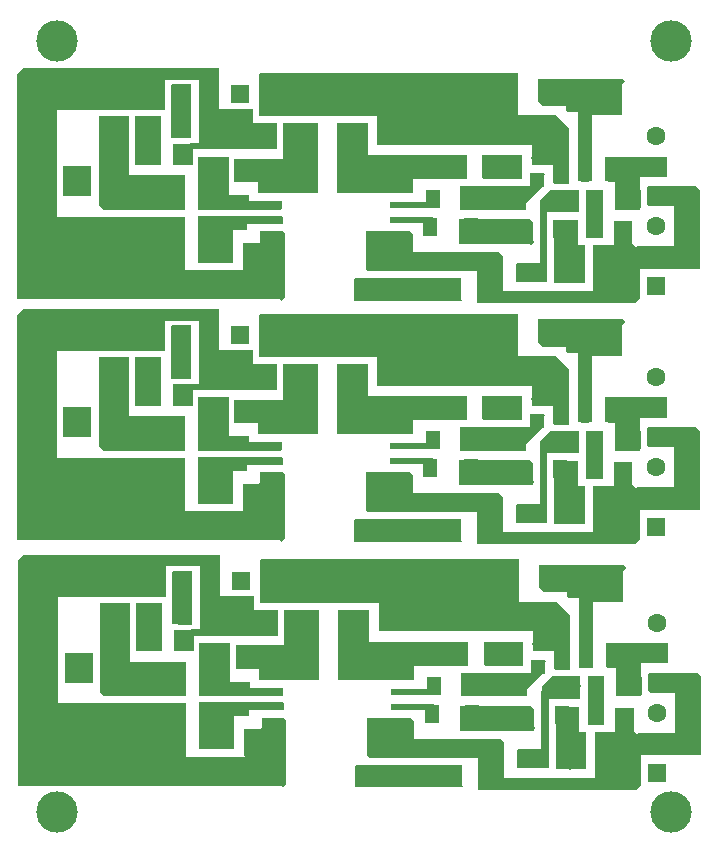
<source format=gtl>
G04 Layer_Physical_Order=1*
G04 Layer_Color=255*
%FSTAX24Y24*%
%MOIN*%
G70*
G01*
G75*
%ADD10R,0.1181X0.0671*%
%ADD11R,0.0315X0.0671*%
%ADD12R,0.0709X0.0236*%
%ADD13R,0.0591X0.0472*%
%ADD14R,0.0472X0.0591*%
%ADD15R,0.0500X0.0550*%
%ADD16R,0.0472X0.0315*%
%ADD17R,0.0394X0.0787*%
%ADD18R,0.0315X0.0472*%
%ADD19C,0.0197*%
%ADD20C,0.1378*%
%ADD21R,0.0598X0.0598*%
%ADD22C,0.0630*%
%ADD23R,0.0630X0.0630*%
%ADD24R,0.0945X0.0984*%
%ADD25C,0.0984*%
%ADD26C,0.0394*%
%ADD27C,0.0200*%
G36*
X030512Y010984D02*
X030394Y010866D01*
X030394Y009843D01*
X029409Y009843D01*
Y007638D01*
X028937D01*
Y009961D01*
X028583D01*
X028543Y01D01*
Y010157D01*
X027756D01*
X027598Y010315D01*
Y011063D01*
X030433D01*
X030512Y010984D01*
D02*
G37*
G36*
X025Y01189D02*
X025039Y01185D01*
X021417D01*
Y012559D01*
X021457Y012598D01*
X025D01*
Y01189D01*
D02*
G37*
G36*
X028898Y013701D02*
X029134D01*
Y01252D01*
Y012441D01*
X02811D01*
X02811Y014528D01*
X028898D01*
Y013701D01*
D02*
G37*
G36*
X016024Y009094D02*
X015354D01*
Y010827D01*
X015394Y010866D01*
X016024D01*
Y009094D01*
D02*
G37*
G36*
X027047Y007717D02*
X025787D01*
X025748Y007756D01*
Y008504D01*
X027047D01*
Y007717D01*
D02*
G37*
G36*
X015039Y008189D02*
X014173D01*
Y009803D01*
X015039D01*
Y008189D01*
D02*
G37*
G36*
X016968Y011024D02*
Y010866D01*
Y010236D01*
Y010039D01*
X01811Y010039D01*
Y009567D01*
X018386Y009567D01*
X018898D01*
X018898Y009055D01*
X018898Y008701D01*
X016102D01*
Y008189D01*
X015433D01*
Y00874D01*
Y008898D01*
X016299D01*
Y010236D01*
X016299Y011024D01*
X015157Y011024D01*
X015157Y01D01*
X014961Y01D01*
X012244D01*
X011575Y01D01*
X011575Y006457D01*
X015827Y006457D01*
Y004685D01*
X017795D01*
X017756Y004724D01*
Y005591D01*
X018307D01*
X018346Y00563D01*
Y005984D01*
X019094D01*
X019173Y005906D01*
Y00378D01*
X019055Y003661D01*
X019016Y003701D01*
X010236D01*
Y004331D01*
Y004488D01*
Y01122D01*
X010433Y011417D01*
X016968D01*
Y011024D01*
D02*
G37*
G36*
X029724Y013937D02*
X029173D01*
Y015551D01*
X029724D01*
Y013937D01*
D02*
G37*
G36*
X013937Y017953D02*
Y017717D01*
Y016024D01*
X015787D01*
Y014882D01*
X013071D01*
X012913Y015039D01*
Y017953D01*
Y017992D01*
X013937D01*
Y017953D01*
D02*
G37*
G36*
X017244Y015354D02*
X017913D01*
Y015197D01*
Y015157D01*
X019016D01*
Y014921D01*
X018976Y014882D01*
X01622D01*
Y016654D01*
X017244D01*
Y015354D01*
D02*
G37*
G36*
X027402Y014449D02*
Y01374D01*
X024921D01*
Y014567D01*
X027283D01*
X027402Y014449D01*
D02*
G37*
G36*
X028937Y014803D02*
X027874D01*
Y01248D01*
X026811D01*
Y013071D01*
X02685Y01311D01*
X027598D01*
X027638Y01315D01*
Y015197D01*
X027992Y015551D01*
X028937D01*
Y014803D01*
D02*
G37*
G36*
X019055Y014646D02*
Y014409D01*
X017874D01*
Y014213D01*
X017402D01*
Y01311D01*
X01622D01*
Y014685D01*
X019016D01*
X019055Y014646D01*
D02*
G37*
G36*
X032953Y015551D02*
Y012913D01*
X030945D01*
Y011929D01*
X030787Y011772D01*
X025512D01*
Y012835D01*
X02189D01*
X021811Y012913D01*
Y014173D01*
X023268D01*
X023386Y014055D01*
Y013465D01*
X02626D01*
X026378Y013346D01*
Y012126D01*
X026417Y012165D01*
X029409Y012165D01*
X029409Y013701D01*
X030079D01*
Y014488D01*
X030118Y014528D01*
X030157Y014488D01*
X030709D01*
Y01374D01*
X030827Y013622D01*
X030866Y013661D01*
X032047D01*
X032087Y013701D01*
Y015D01*
X03126D01*
X031181Y015079D01*
Y01563D01*
X03122Y015669D01*
X032835D01*
X032953Y015551D01*
D02*
G37*
G36*
X032992Y007362D02*
Y004724D01*
X030984D01*
Y00374D01*
X030827Y003583D01*
X025551D01*
Y004646D01*
X021929D01*
X02185Y004724D01*
Y005984D01*
X023307D01*
X023425Y005866D01*
Y005276D01*
X026299D01*
X026417Y005157D01*
Y003937D01*
X026457Y003976D01*
X029449Y003976D01*
X029449Y005512D01*
X030118D01*
Y006299D01*
X030157Y006339D01*
X030197Y006299D01*
X030748D01*
Y005551D01*
X030866Y005433D01*
X030906Y005472D01*
X032087D01*
X032126Y005512D01*
Y006811D01*
X031299D01*
X03122Y00689D01*
Y007441D01*
X03126Y00748D01*
X032874D01*
X032992Y007362D01*
D02*
G37*
G36*
X027441Y00626D02*
Y005551D01*
X024961D01*
Y006378D01*
X027323D01*
X027441Y00626D01*
D02*
G37*
G36*
X029764Y005748D02*
X029213D01*
Y007362D01*
X029764D01*
Y005748D01*
D02*
G37*
G36*
X019094Y006457D02*
Y00622D01*
X017913D01*
Y006024D01*
X017441D01*
Y004921D01*
X01626D01*
Y006496D01*
X019055D01*
X019094Y006457D01*
D02*
G37*
G36*
X025039Y003701D02*
X025079Y003661D01*
X021457D01*
Y00437D01*
X021496Y004409D01*
X025039D01*
Y003701D01*
D02*
G37*
G36*
X028937Y005512D02*
X029173D01*
Y004331D01*
Y004252D01*
X02815D01*
X02815Y006339D01*
X028937D01*
Y005512D01*
D02*
G37*
G36*
X028976Y006614D02*
X027913D01*
Y004291D01*
X02685D01*
Y004882D01*
X02689Y004921D01*
X027638D01*
X027677Y004961D01*
Y007008D01*
X028031Y007362D01*
X028976D01*
Y006614D01*
D02*
G37*
G36*
X020276Y007244D02*
X018307D01*
X018268Y007283D01*
Y007598D01*
X01748D01*
Y008386D01*
X019094D01*
Y009567D01*
X020276D01*
Y007244D01*
D02*
G37*
G36*
X027835Y007874D02*
X027795Y007835D01*
Y007441D01*
X027717D01*
X027205Y006929D01*
Y006693D01*
X025Y006693D01*
X025Y00748D01*
X027323Y00748D01*
Y007913D01*
X027795Y007913D01*
X027835Y007874D01*
D02*
G37*
G36*
X026929Y009843D02*
X028189D01*
X028622Y009409D01*
X028622Y007559D01*
X02815Y007559D01*
X02811Y007598D01*
Y008189D01*
X027441D01*
X027402Y008228D01*
Y008858D01*
X022244D01*
Y009803D01*
X018307D01*
Y01122D01*
X018346Y01126D01*
X026929D01*
Y009843D01*
D02*
G37*
G36*
X021929Y009567D02*
X021929Y008504D01*
X025236Y008504D01*
Y007717D01*
X023425Y007717D01*
X023425Y007244D01*
X022638D01*
X020906Y007244D01*
X020906Y009567D01*
X021929Y009567D01*
D02*
G37*
G36*
X013976Y009764D02*
Y009528D01*
Y007835D01*
X015827D01*
Y006693D01*
X01311D01*
X012953Y00685D01*
Y009764D01*
Y009803D01*
X013976D01*
Y009764D01*
D02*
G37*
G36*
X017283Y007165D02*
X017953D01*
Y007008D01*
Y006969D01*
X019055D01*
Y006732D01*
X019016Y006693D01*
X01626D01*
Y008465D01*
X017283D01*
Y007165D01*
D02*
G37*
G36*
X03189Y007795D02*
X030984D01*
X030984Y006693D01*
X030157D01*
Y006969D01*
Y007638D01*
X029882D01*
X029843Y007677D01*
Y008465D01*
X03189D01*
X03189Y007795D01*
D02*
G37*
G36*
X03185Y015984D02*
X030945D01*
X030945Y014882D01*
X030118D01*
Y015157D01*
Y015827D01*
X029843D01*
X029803Y015866D01*
Y016654D01*
X03185D01*
X03185Y015984D01*
D02*
G37*
G36*
X03185Y024016D02*
X030945D01*
X030945Y022913D01*
X030118D01*
Y023189D01*
Y023858D01*
X029843D01*
X029803Y023898D01*
Y024685D01*
X03185D01*
X03185Y024016D01*
D02*
G37*
G36*
X02189Y025787D02*
X02189Y024724D01*
X025197Y024724D01*
Y023937D01*
X023386Y023937D01*
X023386Y023465D01*
X022598D01*
X020866Y023465D01*
X020866Y025787D01*
X02189Y025787D01*
D02*
G37*
G36*
X020236Y023465D02*
X018268D01*
X018228Y023504D01*
Y023819D01*
X017441D01*
Y024606D01*
X019055D01*
Y025787D01*
X020236D01*
Y023465D01*
D02*
G37*
G36*
X017244Y023386D02*
X017913D01*
Y023228D01*
Y023189D01*
X019016D01*
Y022953D01*
X018976Y022913D01*
X01622D01*
Y024685D01*
X017244D01*
Y023386D01*
D02*
G37*
G36*
X027402Y02248D02*
Y021772D01*
X024921D01*
Y022598D01*
X027283D01*
X027402Y02248D01*
D02*
G37*
G36*
X029724Y021969D02*
X029173D01*
Y023583D01*
X029724D01*
Y021969D01*
D02*
G37*
G36*
X013937Y025984D02*
Y025748D01*
Y024055D01*
X015787D01*
Y022913D01*
X013071D01*
X012913Y023071D01*
Y025984D01*
Y026024D01*
X013937D01*
Y025984D01*
D02*
G37*
G36*
X016929Y027244D02*
Y027087D01*
Y026457D01*
Y02626D01*
X018071Y02626D01*
Y025787D01*
X018346Y025787D01*
X018858D01*
X018858Y025276D01*
X018858Y024921D01*
X016063D01*
Y024409D01*
X015394D01*
Y024961D01*
Y025118D01*
X01626D01*
Y026457D01*
X01626Y027244D01*
X015118Y027244D01*
X015118Y02622D01*
X014921Y02622D01*
X012205D01*
X011535Y02622D01*
X011535Y022677D01*
X015787Y022677D01*
Y020906D01*
X017756D01*
X017717Y020945D01*
Y021811D01*
X018268D01*
X018307Y02185D01*
Y022205D01*
X019055D01*
X019134Y022126D01*
Y02D01*
X019016Y019882D01*
X018976Y019921D01*
X010197D01*
Y020551D01*
Y020709D01*
Y027441D01*
X010394Y027638D01*
X016929D01*
Y027244D01*
D02*
G37*
G36*
X015984Y025315D02*
X015315D01*
Y027047D01*
X015354Y027087D01*
X015984D01*
Y025315D01*
D02*
G37*
G36*
X030472Y027205D02*
X030354Y027087D01*
X030354Y026063D01*
X02937Y026063D01*
Y023858D01*
X028898D01*
Y026181D01*
X028543D01*
X028504Y02622D01*
Y026378D01*
X027717D01*
X027559Y026535D01*
Y027283D01*
X030394D01*
X030472Y027205D01*
D02*
G37*
G36*
X015Y024409D02*
X014134D01*
Y026024D01*
X015D01*
Y024409D01*
D02*
G37*
G36*
X027795Y024094D02*
X027756Y024055D01*
Y023661D01*
X027677D01*
X027165Y02315D01*
Y022913D01*
X024961Y022913D01*
X024961Y023701D01*
X027283Y023701D01*
Y024134D01*
X027756Y024134D01*
X027795Y024094D01*
D02*
G37*
G36*
X02689Y026063D02*
X02815D01*
X028583Y02563D01*
X028583Y02378D01*
X02811Y02378D01*
X028071Y023819D01*
Y024409D01*
X027402D01*
X027362Y024449D01*
Y025079D01*
X022205D01*
Y026024D01*
X018268D01*
Y027441D01*
X018307Y02748D01*
X02689D01*
Y026063D01*
D02*
G37*
G36*
X027008Y023937D02*
X025748D01*
X025709Y023976D01*
Y024724D01*
X027008D01*
Y023937D01*
D02*
G37*
G36*
X027008Y015906D02*
X025748D01*
X025709Y015945D01*
Y016693D01*
X027008D01*
Y015906D01*
D02*
G37*
G36*
X015Y016378D02*
X014134D01*
Y017992D01*
X015D01*
Y016378D01*
D02*
G37*
G36*
X016929Y019213D02*
Y019055D01*
Y018425D01*
Y018228D01*
X018071Y018228D01*
Y017756D01*
X018346Y017756D01*
X018858D01*
X018858Y017244D01*
X018858Y01689D01*
X016063D01*
Y016378D01*
X015394D01*
Y016929D01*
Y017087D01*
X01626D01*
Y018425D01*
X01626Y019213D01*
X015118Y019213D01*
X015118Y018189D01*
X014921Y018189D01*
X012205D01*
X011535Y018189D01*
X011535Y014646D01*
X015787Y014646D01*
Y012874D01*
X017756D01*
X017717Y012913D01*
Y01378D01*
X018268D01*
X018307Y013819D01*
Y014173D01*
X019055D01*
X019134Y014094D01*
Y011968D01*
X019016Y01185D01*
X018976Y01189D01*
X010197D01*
Y01252D01*
Y012677D01*
Y019409D01*
X010394Y019606D01*
X016929D01*
Y019213D01*
D02*
G37*
G36*
X02689Y018032D02*
X02815D01*
X028583Y017598D01*
X028583Y015748D01*
X02811Y015748D01*
X028071Y015787D01*
Y016378D01*
X027402D01*
X027362Y016417D01*
Y017047D01*
X022205D01*
Y017992D01*
X018268D01*
Y019409D01*
X018307Y019449D01*
X02689D01*
Y018032D01*
D02*
G37*
G36*
X02189Y017756D02*
X02189Y016693D01*
X025197Y016693D01*
Y015906D01*
X023386Y015906D01*
X023386Y015433D01*
X022598D01*
X020866Y015433D01*
X020866Y017756D01*
X02189Y017756D01*
D02*
G37*
G36*
X020236Y015433D02*
X018268D01*
X018228Y015472D01*
Y015787D01*
X017441D01*
Y016575D01*
X019055D01*
Y017756D01*
X020236D01*
Y015433D01*
D02*
G37*
G36*
X027795Y016063D02*
X027756Y016024D01*
Y01563D01*
X027677D01*
X027165Y015118D01*
Y014882D01*
X024961Y014882D01*
X024961Y015669D01*
X027283Y015669D01*
Y016102D01*
X027756Y016102D01*
X027795Y016063D01*
D02*
G37*
G36*
X028937Y022835D02*
X027874D01*
Y020512D01*
X026811D01*
Y021102D01*
X02685Y021142D01*
X027598D01*
X027638Y021181D01*
Y023228D01*
X027992Y023583D01*
X028937D01*
Y022835D01*
D02*
G37*
G36*
X019055Y022677D02*
Y022441D01*
X017874D01*
Y022244D01*
X017402D01*
Y021142D01*
X01622D01*
Y022717D01*
X019016D01*
X019055Y022677D01*
D02*
G37*
G36*
X032953Y023583D02*
Y020945D01*
X030945D01*
Y019961D01*
X030787Y019803D01*
X025512D01*
Y020866D01*
X02189D01*
X021811Y020945D01*
Y022205D01*
X023268D01*
X023386Y022087D01*
Y021496D01*
X02626D01*
X026378Y021378D01*
Y020157D01*
X026417Y020197D01*
X029409Y020197D01*
X029409Y021732D01*
X030079D01*
Y02252D01*
X030118Y022559D01*
X030157Y02252D01*
X030709D01*
Y021772D01*
X030827Y021654D01*
X030866Y021693D01*
X032047D01*
X032087Y021732D01*
Y023031D01*
X03126D01*
X031181Y02311D01*
Y023661D01*
X03122Y023701D01*
X032835D01*
X032953Y023583D01*
D02*
G37*
G36*
X028898Y021732D02*
X029134D01*
Y020551D01*
Y020472D01*
X02811D01*
X02811Y022559D01*
X028898D01*
Y021732D01*
D02*
G37*
G36*
X015984Y017283D02*
X015315D01*
Y019016D01*
X015354Y019055D01*
X015984D01*
Y017283D01*
D02*
G37*
G36*
X030472Y019173D02*
X030354Y019055D01*
X030354Y018031D01*
X02937Y018032D01*
Y015827D01*
X028898D01*
Y01815D01*
X028543D01*
X028504Y018189D01*
Y018346D01*
X027717D01*
X027559Y018504D01*
Y019252D01*
X030394D01*
X030472Y019173D01*
D02*
G37*
G36*
X025Y019921D02*
X025039Y019882D01*
X021417D01*
Y020591D01*
X021457Y02063D01*
X025D01*
Y019921D01*
D02*
G37*
D10*
X029126Y026535D02*
D03*
X029126Y018504D02*
D03*
X029165Y010315D02*
D03*
D11*
X030031Y024173D02*
D03*
X029134D02*
D03*
X02822D02*
D03*
X030031Y016142D02*
D03*
X029134D02*
D03*
X02822D02*
D03*
X030071Y007953D02*
D03*
X029173D02*
D03*
X02826D02*
D03*
D12*
X022945Y023571D02*
D03*
Y023071D02*
D03*
Y022571D02*
D03*
Y022071D02*
D03*
X018649D02*
D03*
Y022571D02*
D03*
Y023071D02*
D03*
Y023571D02*
D03*
X022945Y015539D02*
D03*
Y015039D02*
D03*
Y014539D02*
D03*
Y014039D02*
D03*
X018649D02*
D03*
Y014539D02*
D03*
Y015039D02*
D03*
Y015539D02*
D03*
X022984Y00735D02*
D03*
Y00685D02*
D03*
Y00635D02*
D03*
Y00585D02*
D03*
X018688D02*
D03*
Y00635D02*
D03*
Y00685D02*
D03*
Y00735D02*
D03*
D13*
X014724Y023425D02*
D03*
Y022087D02*
D03*
X014724Y015394D02*
D03*
Y014055D02*
D03*
X014764Y007205D02*
D03*
Y005866D02*
D03*
D14*
X014409Y025591D02*
D03*
X015748D02*
D03*
X029409Y023268D02*
D03*
X030748D02*
D03*
X028307Y022283D02*
D03*
X026969D02*
D03*
X026929Y023268D02*
D03*
X028268D02*
D03*
X015472Y023228D02*
D03*
X016811D02*
D03*
X023976Y022323D02*
D03*
X025315D02*
D03*
X024055Y023268D02*
D03*
X025394D02*
D03*
X015472Y022362D02*
D03*
X016811D02*
D03*
X015472Y014331D02*
D03*
X016811D02*
D03*
X024055Y015236D02*
D03*
X025394D02*
D03*
X023976Y014291D02*
D03*
X025315D02*
D03*
X015472Y015197D02*
D03*
X016811D02*
D03*
X026929Y015236D02*
D03*
X028268D02*
D03*
X028307Y014252D02*
D03*
X026969D02*
D03*
X029409Y015236D02*
D03*
X030748D02*
D03*
X014409Y017559D02*
D03*
X015748D02*
D03*
X028346Y006063D02*
D03*
X027008D02*
D03*
X024016Y006102D02*
D03*
X025354D02*
D03*
X029449Y007047D02*
D03*
X030787D02*
D03*
X014449Y00937D02*
D03*
X015787D02*
D03*
X026969Y007047D02*
D03*
X028307D02*
D03*
X024094D02*
D03*
X025433D02*
D03*
X015512Y006142D02*
D03*
X01685D02*
D03*
X015512Y007008D02*
D03*
X01685D02*
D03*
D15*
X015669Y024685D02*
D03*
X014769D02*
D03*
X030354Y022244D02*
D03*
X029454D02*
D03*
X030354Y014213D02*
D03*
X029454D02*
D03*
X015669Y016654D02*
D03*
X014769D02*
D03*
X030394Y006024D02*
D03*
X029494D02*
D03*
X015709Y008465D02*
D03*
X014809D02*
D03*
D16*
X023701Y020433D02*
D03*
X023699Y02122D02*
D03*
X024647Y020433D02*
D03*
X024646Y02122D02*
D03*
X022717Y021221D02*
D03*
X022718Y020433D02*
D03*
X023583Y024528D02*
D03*
X023581Y025315D02*
D03*
X017598Y022402D02*
D03*
X017597Y023189D02*
D03*
X02622Y023071D02*
D03*
X026222Y022283D02*
D03*
X01681Y025197D02*
D03*
X016811Y024409D02*
D03*
X022676Y025315D02*
D03*
X022677Y024528D02*
D03*
X017717Y024409D02*
D03*
X017715Y025197D02*
D03*
X018583Y025197D02*
D03*
X018584Y024409D02*
D03*
X018583Y017165D02*
D03*
X018584Y016378D02*
D03*
X017717Y016378D02*
D03*
X017715Y017165D02*
D03*
X022676Y017284D02*
D03*
X022677Y016496D02*
D03*
X01681Y017165D02*
D03*
X016811Y016378D02*
D03*
X02622Y015039D02*
D03*
X026222Y014252D02*
D03*
X017598Y01437D02*
D03*
X017597Y015157D02*
D03*
X023583Y016496D02*
D03*
X023581Y017283D02*
D03*
X022717Y013189D02*
D03*
X022718Y012402D02*
D03*
X024647Y012402D02*
D03*
X024646Y013189D02*
D03*
X023701Y012402D02*
D03*
X023699Y013189D02*
D03*
X02626Y00685D02*
D03*
X026261Y006063D02*
D03*
X024686Y004213D02*
D03*
X024685Y005D02*
D03*
X02374Y004213D02*
D03*
X023739Y005D02*
D03*
X022756Y005D02*
D03*
X022757Y004213D02*
D03*
X017638Y006181D02*
D03*
X017636Y006969D02*
D03*
X018622Y008976D02*
D03*
X018623Y008189D02*
D03*
X017756Y008189D02*
D03*
X017755Y008976D02*
D03*
X022715Y009095D02*
D03*
X022717Y008307D02*
D03*
X016849Y008976D02*
D03*
X01685Y008189D02*
D03*
X023622Y008307D02*
D03*
X023621Y009094D02*
D03*
D17*
X024921Y025512D02*
D03*
Y024331D02*
D03*
X026811Y025512D02*
D03*
Y024331D02*
D03*
X026811Y01748D02*
D03*
Y016299D02*
D03*
X024921Y01748D02*
D03*
Y016299D02*
D03*
X024961Y009291D02*
D03*
Y00811D02*
D03*
X02685Y009291D02*
D03*
Y00811D02*
D03*
D18*
X017953Y021417D02*
D03*
X017165Y021416D02*
D03*
X017953Y013386D02*
D03*
X017165Y013384D02*
D03*
X017992Y005197D02*
D03*
X017205Y005195D02*
D03*
D19*
X030197Y021457D02*
Y022244D01*
X028583Y020748D02*
Y022283D01*
X028543Y020709D02*
X028583Y020748D01*
X025591Y022323D02*
X026379D01*
X024016Y022165D02*
Y022559D01*
X022945Y022571D02*
X024004D01*
X024055Y023071D02*
X024055D01*
X022945D02*
X024055D01*
X029291Y02225D02*
Y023268D01*
X015614Y025724D02*
Y026772D01*
X018602D02*
X022441D01*
X016614Y025392D02*
Y026772D01*
Y027244D01*
X016496Y025197D02*
X01681D01*
X016339Y025039D02*
X016496Y025197D01*
X015984Y025039D02*
X016339D01*
X015669Y024724D02*
X015984Y025039D01*
X015669Y024685D02*
Y024724D01*
X014409Y024882D02*
Y025045D01*
Y025591D01*
Y025045D02*
X014769Y024685D01*
X014409Y024882D02*
X014606Y024685D01*
X014769D01*
X015157Y027362D02*
X016496D01*
X011654D02*
X015157D01*
Y027402D01*
X021496Y024646D02*
Y024724D01*
Y024646D02*
X021614Y024528D01*
X022677D01*
X016496Y027362D02*
X016614Y027244D01*
X011024Y026732D02*
X011654Y027362D01*
X02752Y023661D02*
Y023937D01*
X027126Y023268D02*
X02752Y023661D01*
X026929Y023268D02*
X027126D01*
X02822Y024685D02*
Y025323D01*
X028031Y025512D02*
X02822Y025323D01*
X026811Y025512D02*
X028031D01*
X022676Y025315D02*
Y026537D01*
X022441Y026772D02*
X022676Y026537D01*
X030551Y023346D02*
Y024291D01*
X03015D02*
X030551D01*
X030031Y024173D02*
X03015Y024291D01*
X031268D02*
X031339Y024362D01*
X030551Y024291D02*
X031268D01*
X031496Y021362D02*
X031953D01*
X030709D02*
X031496D01*
X032205Y021614D02*
Y023228D01*
X031953Y021362D02*
X032205Y021614D01*
X030291Y021362D02*
X030709D01*
X030197Y021457D02*
X030291Y021362D01*
X030709Y020236D02*
Y021362D01*
X030512Y020039D02*
X030709Y020236D01*
X027717Y020827D02*
Y021685D01*
X027244Y020827D02*
X027717D01*
X027913Y023268D02*
X028268D01*
X027717Y023071D02*
X027913Y023268D01*
X027717Y022016D02*
Y023071D01*
X024055D02*
Y023268D01*
Y023071D02*
Y023071D01*
X025472D02*
X025787D01*
X026732Y023071D02*
X026929Y023268D01*
X02622Y023071D02*
X026732D01*
X026969Y022205D02*
X027323Y02185D01*
X026969Y022205D02*
Y022283D01*
X031496Y023362D02*
X032071D01*
X031457D02*
X031496D01*
X027323Y02185D02*
Y02185D01*
X027717Y022016D02*
X027718Y022014D01*
Y021687D02*
Y022014D01*
X027717Y021685D02*
X027718Y021687D01*
X028268Y023268D02*
X02874D01*
X026419Y022283D02*
X026969D01*
X025787Y023071D02*
X02622D01*
X024004Y022571D02*
X024016Y022559D01*
X026379Y022323D02*
X026419Y022283D01*
X024055Y023071D02*
X024055Y023071D01*
X022953Y024528D02*
X023583D01*
X022945Y02452D02*
X022953Y024528D01*
X022945Y023571D02*
Y02452D01*
X026142Y020039D02*
X030512D01*
X02185Y020236D02*
X022047Y020433D01*
X022718D01*
X026102Y024291D02*
X026142Y024331D01*
X026811D01*
X02822Y024173D02*
Y024685D01*
X02752Y024646D02*
X027559Y024685D01*
X02822D01*
X029291Y02225D02*
X029297Y022244D01*
X032071Y023362D02*
X032205Y023228D01*
X030551Y023346D02*
X03063Y023268D01*
X025945Y020236D02*
Y020827D01*
Y020236D02*
X026142Y020039D01*
X024921Y025512D02*
X026811D01*
X027875Y026573D02*
Y026576D01*
Y026573D02*
X027913Y026535D01*
X029126D01*
Y024181D02*
X029134Y024173D01*
X029126Y024181D02*
Y026535D01*
X024724Y025315D02*
X024921Y025512D01*
X023581Y025315D02*
X024724D01*
X024724Y024528D02*
X024921Y024331D01*
X023583Y024528D02*
X024724D01*
X023583Y024528D02*
X023583Y024528D01*
X022677Y024528D02*
X023583D01*
X023581Y025315D02*
X023581Y025315D01*
X022676Y025315D02*
X023581D01*
X025945Y020827D02*
Y021142D01*
X025866Y02122D02*
X025945Y021142D01*
X024646Y02122D02*
X025866D01*
X023701Y020433D02*
X024647D01*
X023701Y020433D02*
X023701Y020433D01*
X022718Y020433D02*
X023701D01*
X022953Y02122D02*
X023699D01*
X022945Y021228D02*
X022953Y02122D01*
X022945Y021228D02*
Y022071D01*
X023699Y02122D02*
X024646D01*
X025787Y023071D02*
X025787Y023071D01*
X011024Y022087D02*
Y026732D01*
X013465Y023425D02*
X014724D01*
X013252Y023638D02*
X013465Y023425D01*
X013252Y023638D02*
Y025437D01*
X012449Y020622D02*
X017823D01*
X012205Y020866D02*
X012449Y020622D01*
X012205Y020866D02*
Y021858D01*
X019311Y024535D02*
Y024724D01*
X019185Y024409D02*
X019311Y024535D01*
X018584Y024409D02*
X019185D01*
X017953Y020752D02*
Y021417D01*
X017823Y020622D02*
X017953Y020752D01*
X016811Y023228D02*
Y024409D01*
X018649Y023571D02*
Y023637D01*
X018584Y023702D02*
X018649Y023637D01*
X018584Y023702D02*
Y024409D01*
X018584Y024409D02*
X018584Y024409D01*
X017717Y024409D02*
X018584D01*
X018649Y021523D02*
Y022071D01*
X018543Y021417D02*
X018649Y021523D01*
X017953Y021417D02*
X018543D01*
X016811Y02177D02*
X017165Y021416D01*
X016811Y02177D02*
Y022362D01*
X017768Y022571D02*
X018649D01*
X017598Y022402D02*
X017768Y022571D01*
X017597Y023189D02*
X017715Y023071D01*
X018649D01*
X017559Y022362D02*
X017598Y022402D01*
X016811Y022362D02*
X017559D01*
X017558Y023228D02*
X017597Y023189D01*
X016811Y023228D02*
X017558D01*
X014921D02*
X015472D01*
X014724Y023425D02*
X014921Y023228D01*
X015197Y022087D02*
X015472Y022362D01*
X014724Y022087D02*
X015197D01*
X014496Y021858D02*
X014724Y022087D01*
X012205Y021858D02*
X014496D01*
X011252D02*
X012205D01*
X011024Y022087D02*
X011252Y021858D01*
X017715Y025197D02*
X017715Y025197D01*
X018583D01*
X01681Y025197D02*
X017715D01*
X016614Y025392D02*
X01681Y025197D01*
X015614Y025724D02*
X015748Y025591D01*
X015614Y017693D02*
X015748Y017559D01*
X016614Y017361D02*
X01681Y017165D01*
X017715D01*
X017715Y017165D02*
X018583D01*
X017715Y017165D02*
X017715Y017165D01*
X011024Y014055D02*
X011252Y013827D01*
X012205D01*
X014496D01*
X014724Y014055D01*
X015197D01*
X015472Y014331D01*
X014724Y015394D02*
X014921Y015197D01*
X015472D01*
X016811D02*
X017558D01*
X017597Y015157D01*
X016811Y014331D02*
X017559D01*
X017598Y01437D01*
X017715Y015039D02*
X018649D01*
X017597Y015157D02*
X017715Y015039D01*
X017598Y01437D02*
X017768Y014539D01*
X018649D01*
X016811Y013739D02*
Y014331D01*
Y013739D02*
X017165Y013384D01*
X017953Y013386D02*
X018543D01*
X018649Y013491D01*
Y014039D01*
X017717Y016378D02*
X018584D01*
X018584Y016378D01*
Y015671D02*
Y016378D01*
Y015671D02*
X018649Y015606D01*
Y015539D02*
Y015606D01*
X016811Y015197D02*
Y016378D01*
X017823Y012591D02*
X017953Y01272D01*
Y013386D01*
X018584Y016378D02*
X019185D01*
X019311Y016504D01*
Y016693D01*
X012205Y012835D02*
Y013827D01*
Y012835D02*
X012449Y012591D01*
X017823D01*
X013252Y015606D02*
Y017406D01*
Y015606D02*
X013465Y015394D01*
X014724D01*
X011024Y014055D02*
Y018701D01*
X025787Y015039D02*
X025787Y015039D01*
X023699Y013189D02*
X024646D01*
X022945Y013197D02*
Y014039D01*
Y013197D02*
X022953Y013189D01*
X023699D01*
X022718Y012402D02*
X023701D01*
X023701Y012402D01*
X024647D01*
X024646Y013189D02*
X025866D01*
X025945Y01311D01*
Y012795D02*
Y01311D01*
X022676Y017284D02*
X023581D01*
X023581Y017283D01*
X022677Y016496D02*
X023583D01*
X023583Y016496D01*
X024724D01*
X024921Y016299D01*
X023581Y017283D02*
X024724D01*
X024921Y01748D01*
X029126Y01615D02*
Y018504D01*
Y01615D02*
X029134Y016142D01*
X027913Y018504D02*
X029126D01*
X027875Y018542D02*
X027913Y018504D01*
X027875Y018542D02*
Y018545D01*
X024921Y01748D02*
X026811D01*
X025945Y012205D02*
X026142Y012008D01*
X025945Y012205D02*
Y012795D01*
X030551Y015315D02*
X03063Y015236D01*
X032071Y015331D02*
X032205Y015197D01*
X029291Y014218D02*
X029297Y014213D01*
X027559Y016654D02*
X02822D01*
X02752Y016614D02*
X027559Y016654D01*
X02822Y016142D02*
Y016654D01*
X026142Y016299D02*
X026811D01*
X026102Y01626D02*
X026142Y016299D01*
X022047Y012402D02*
X022718D01*
X02185Y012205D02*
X022047Y012402D01*
X026142Y012008D02*
X030512D01*
X022945Y015539D02*
Y016488D01*
X022953Y016496D01*
X023583D01*
X024055Y015039D02*
X024055Y015039D01*
X026379Y014291D02*
X026419Y014252D01*
X024004Y014539D02*
X024016Y014528D01*
X025787Y015039D02*
X02622D01*
X026419Y014252D02*
X026969D01*
X028268Y015236D02*
X02874D01*
X027717Y013654D02*
X027718Y013655D01*
Y013983D01*
X027717Y013984D02*
X027718Y013983D01*
X027323Y013819D02*
Y013819D01*
X031457Y015331D02*
X031496D01*
X032071D01*
X026969Y014173D02*
Y014252D01*
Y014173D02*
X027323Y013819D01*
X02622Y015039D02*
X026732D01*
X026929Y015236D01*
X025472Y015039D02*
X025787D01*
X024055Y015039D02*
Y015039D01*
Y015236D01*
X027717Y013984D02*
Y015039D01*
X027913Y015236D01*
X028268D01*
X027244Y012795D02*
X027717D01*
Y013654D01*
X030512Y012008D02*
X030709Y012205D01*
Y013331D01*
X030197Y013425D02*
X030291Y013331D01*
X030709D01*
X031953D02*
X032205Y013583D01*
Y015197D01*
X030709Y013331D02*
X031496D01*
X031953D01*
X030551Y01626D02*
X031268D01*
X031339Y016331D01*
X030031Y016142D02*
X03015Y01626D01*
X030551D01*
Y015315D02*
Y01626D01*
X022441Y01874D02*
X022676Y018505D01*
Y017284D02*
Y018505D01*
X026811Y01748D02*
X028031D01*
X02822Y017291D01*
Y016654D02*
Y017291D01*
X026929Y015236D02*
X027126D01*
X02752Y01563D01*
Y015906D01*
X011024Y018701D02*
X011654Y019331D01*
X016496D02*
X016614Y019213D01*
X021614Y016496D02*
X022677D01*
X021496Y016614D02*
X021614Y016496D01*
X021496Y016614D02*
Y016693D01*
X015157Y019331D02*
Y01937D01*
X011654Y019331D02*
X015157D01*
X016496D01*
X014606Y016654D02*
X014769D01*
X014409Y01685D02*
X014606Y016654D01*
X014409Y017013D02*
X014769Y016654D01*
X014409Y017013D02*
Y017559D01*
Y01685D02*
Y017013D01*
X015669Y016654D02*
Y016693D01*
X015984Y017008D01*
X016339D01*
X016496Y017165D01*
X01681D01*
X016614Y01874D02*
Y019213D01*
Y017361D02*
Y01874D01*
X018602D02*
X022441D01*
X015614Y017693D02*
Y01874D01*
X029291Y014218D02*
Y015236D01*
X022945Y015039D02*
X024055D01*
X024055D01*
X022945Y014539D02*
X024004D01*
X024016Y014134D02*
Y014528D01*
X025591Y014291D02*
X026379D01*
X028543Y012677D02*
X028583Y012717D01*
Y014252D01*
X030197Y013425D02*
Y014213D01*
X030236Y005236D02*
Y006024D01*
X028622Y004528D02*
Y006063D01*
X028583Y004488D02*
X028622Y004528D01*
X02563Y006102D02*
X026419D01*
X024055Y005945D02*
Y006339D01*
X022984Y00635D02*
X024043D01*
X024094Y00685D02*
X024094D01*
X022984D02*
X024094D01*
X029331Y006029D02*
Y007047D01*
X015654Y009504D02*
Y010551D01*
X018642D02*
X02248D01*
X016654Y009172D02*
Y010551D01*
Y011024D01*
X016535Y008976D02*
X016849D01*
X016378Y008819D02*
X016535Y008976D01*
X016024Y008819D02*
X016378D01*
X015709Y008504D02*
X016024Y008819D01*
X015709Y008465D02*
Y008504D01*
X014449Y008661D02*
Y008824D01*
Y00937D01*
Y008824D02*
X014809Y008465D01*
X014449Y008661D02*
X014646Y008465D01*
X014809D01*
X015197Y011142D02*
X016535D01*
X011693D02*
X015197D01*
Y011181D01*
X021535Y008425D02*
Y008504D01*
Y008425D02*
X021654Y008307D01*
X022717D01*
X016535Y011142D02*
X016654Y011024D01*
X011063Y010512D02*
X011693Y011142D01*
X027559Y007441D02*
Y007717D01*
X027165Y007047D02*
X027559Y007441D01*
X026969Y007047D02*
X027165D01*
X02826Y008465D02*
Y009102D01*
X028071Y009291D02*
X02826Y009102D01*
X02685Y009291D02*
X028071D01*
X022715Y009095D02*
Y010316D01*
X02248Y010551D02*
X022715Y010316D01*
X030591Y007126D02*
Y008071D01*
X030189D02*
X030591D01*
X030071Y007953D02*
X030189Y008071D01*
X031307D02*
X031378Y008142D01*
X030591Y008071D02*
X031307D01*
X031535Y005142D02*
X031992D01*
X030748D02*
X031535D01*
X032244Y005394D02*
Y007008D01*
X031992Y005142D02*
X032244Y005394D01*
X030331Y005142D02*
X030748D01*
X030236Y005236D02*
X030331Y005142D01*
X030748Y004016D02*
Y005142D01*
X030551Y003819D02*
X030748Y004016D01*
X027756Y004606D02*
Y005465D01*
X027283Y004606D02*
X027756D01*
X027953Y007047D02*
X028307D01*
X027756Y00685D02*
X027953Y007047D01*
X027756Y005795D02*
Y00685D01*
X024094D02*
Y007047D01*
Y00685D02*
Y00685D01*
X025512D02*
X025827D01*
X026772Y00685D02*
X026969Y007047D01*
X02626Y00685D02*
X026772D01*
X027008Y005984D02*
X027362Y00563D01*
X027008Y005984D02*
Y006063D01*
X031535Y007142D02*
X03211D01*
X031496D02*
X031535D01*
X027362Y00563D02*
Y00563D01*
X027756Y005795D02*
X027757Y005794D01*
Y005466D02*
Y005794D01*
X027756Y005465D02*
X027757Y005466D01*
X028307Y007047D02*
X02878D01*
X026458Y006063D02*
X027008D01*
X025827Y00685D02*
X02626D01*
X024043Y00635D02*
X024055Y006339D01*
X026419Y006102D02*
X026458Y006063D01*
X024094Y00685D02*
X024094Y00685D01*
X022992Y008307D02*
X023622D01*
X022984Y008299D02*
X022992Y008307D01*
X022984Y00735D02*
Y008299D01*
X026181Y003819D02*
X030551D01*
X02189Y004016D02*
X022087Y004213D01*
X022757D01*
X026142Y008071D02*
X026181Y00811D01*
X02685D01*
X02826Y007953D02*
Y008465D01*
X027559Y008425D02*
X027598Y008465D01*
X02826D01*
X029331Y006029D02*
X029336Y006024D01*
X03211Y007142D02*
X032244Y007008D01*
X030591Y007126D02*
X030669Y007047D01*
X025984Y004016D02*
Y004606D01*
Y004016D02*
X026181Y003819D01*
X024961Y009291D02*
X02685D01*
X027915Y010353D02*
Y010356D01*
Y010353D02*
X027953Y010315D01*
X029165D01*
Y007961D02*
X029173Y007953D01*
X029165Y007961D02*
Y010315D01*
X024764Y009094D02*
X024961Y009291D01*
X023621Y009094D02*
X024764D01*
X024764Y008307D02*
X024961Y00811D01*
X023622Y008307D02*
X024764D01*
X023622Y008307D02*
X023622Y008307D01*
X022717Y008307D02*
X023622D01*
X023621Y009095D02*
X023621Y009094D01*
X022715Y009095D02*
X023621D01*
X025984Y004606D02*
Y004921D01*
X025906Y005D02*
X025984Y004921D01*
X024685Y005D02*
X025906D01*
X02374Y004213D02*
X024686D01*
X02374Y004213D02*
X02374Y004213D01*
X022757Y004213D02*
X02374D01*
X022992Y005D02*
X023739D01*
X022984Y005008D02*
X022992Y005D01*
X022984Y005008D02*
Y00585D01*
X023739Y005D02*
X024685D01*
X025827Y00685D02*
X025827Y00685D01*
X011063Y005866D02*
Y010512D01*
X013504Y007205D02*
X014764D01*
X013291Y007417D02*
X013504Y007205D01*
X013291Y007417D02*
Y009217D01*
X012488Y004402D02*
X017862D01*
X012244Y004646D02*
X012488Y004402D01*
X012244Y004646D02*
Y005638D01*
X01935Y008315D02*
Y008504D01*
X019224Y008189D02*
X01935Y008315D01*
X018623Y008189D02*
X019224D01*
X017992Y004531D02*
Y005197D01*
X017862Y004402D02*
X017992Y004531D01*
X01685Y007008D02*
Y008189D01*
X018688Y00735D02*
Y007417D01*
X018623Y007482D02*
X018688Y007417D01*
X018623Y007482D02*
Y008189D01*
X018623Y008189D02*
X018623Y008189D01*
X017756Y008189D02*
X018623D01*
X018688Y005302D02*
Y00585D01*
X018583Y005197D02*
X018688Y005302D01*
X017992Y005197D02*
X018583D01*
X01685Y00555D02*
X017205Y005195D01*
X01685Y00555D02*
Y006142D01*
X017807Y00635D02*
X018688D01*
X017638Y006181D02*
X017807Y00635D01*
X017636Y006969D02*
X017755Y00685D01*
X018688D01*
X017598Y006142D02*
X017638Y006181D01*
X01685Y006142D02*
X017598D01*
X017597Y007008D02*
X017636Y006969D01*
X01685Y007008D02*
X017597D01*
X014961D02*
X015512D01*
X014764Y007205D02*
X014961Y007008D01*
X015236Y005866D02*
X015512Y006142D01*
X014764Y005866D02*
X015236D01*
X014535Y005638D02*
X014764Y005866D01*
X012244Y005638D02*
X014535D01*
X011291D02*
X012244D01*
X011063Y005866D02*
X011291Y005638D01*
X017755Y008976D02*
X017755Y008976D01*
X018622D01*
X016849Y008976D02*
X017755D01*
X016654Y009172D02*
X016849Y008976D01*
X015654Y009504D02*
X015787Y00937D01*
D20*
X032008Y002835D02*
D03*
X011535D02*
D03*
X032008Y028543D02*
D03*
X011535D02*
D03*
D21*
X018602Y026772D02*
D03*
X016614D02*
D03*
X015614D02*
D03*
X017618D02*
D03*
X018602Y01874D02*
D03*
X016614D02*
D03*
X015614D02*
D03*
X017618D02*
D03*
X018642Y010551D02*
D03*
X016654D02*
D03*
X015654D02*
D03*
X017657D02*
D03*
D22*
X027244Y020827D02*
D03*
X025945D02*
D03*
X031496Y025362D02*
D03*
Y024362D02*
D03*
Y023362D02*
D03*
Y022362D02*
D03*
Y021362D02*
D03*
X031496Y017331D02*
D03*
Y016331D02*
D03*
Y015331D02*
D03*
Y014331D02*
D03*
Y013331D02*
D03*
X025945Y012795D02*
D03*
X027244D02*
D03*
X027283Y004606D02*
D03*
X025984D02*
D03*
X031535Y009142D02*
D03*
Y008142D02*
D03*
Y007142D02*
D03*
Y006142D02*
D03*
Y005142D02*
D03*
D23*
X031496Y020362D02*
D03*
X031496Y012331D02*
D03*
X031535Y004142D02*
D03*
D24*
X012205Y023858D02*
D03*
X012205Y015827D02*
D03*
X012244Y007638D02*
D03*
D25*
X012205Y021858D02*
D03*
X012205Y013827D02*
D03*
X012244Y005638D02*
D03*
D26*
X028583Y020669D02*
D03*
X021496Y024724D02*
D03*
X02874Y023268D02*
D03*
X02185Y020236D02*
D03*
X026102Y024291D02*
D03*
X02752Y024646D02*
D03*
Y023937D02*
D03*
X027875Y026576D02*
D03*
X013252Y025437D02*
D03*
X019311Y024724D02*
D03*
X019311Y016693D02*
D03*
X013252Y017406D02*
D03*
X027875Y018545D02*
D03*
X02752Y015906D02*
D03*
Y016614D02*
D03*
X026102Y01626D02*
D03*
X02185Y012205D02*
D03*
X02874Y015236D02*
D03*
X021496Y016693D02*
D03*
X028583Y012638D02*
D03*
X028622Y004449D02*
D03*
X021535Y008504D02*
D03*
X02878Y007047D02*
D03*
X02189Y004016D02*
D03*
X026142Y008071D02*
D03*
X027559Y008425D02*
D03*
Y007717D02*
D03*
X027915Y010356D02*
D03*
X013291Y009217D02*
D03*
X01935Y008504D02*
D03*
D27*
X027323Y02185D02*
D03*
X027323Y013819D02*
D03*
X027362Y00563D02*
D03*
M02*

</source>
